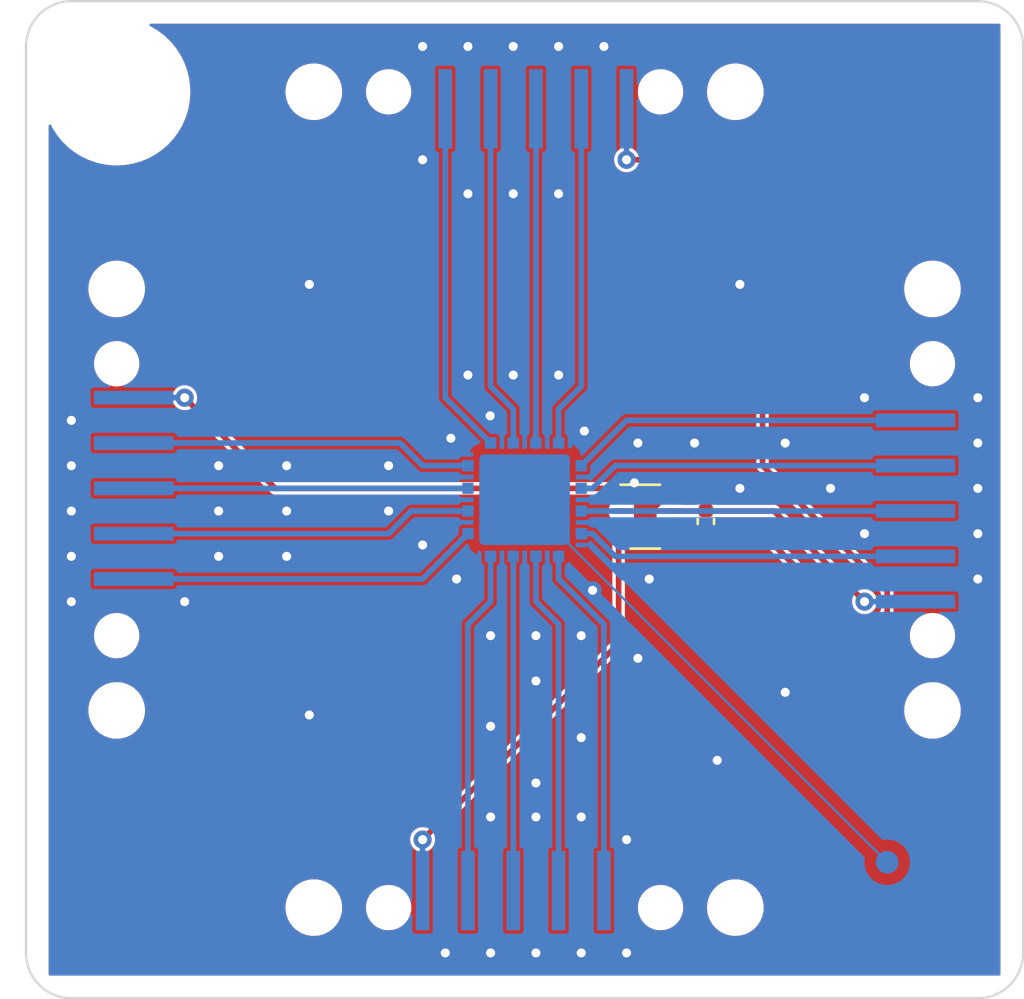
<source format=kicad_pcb>
(kicad_pcb (version 20221018) (generator pcbnew)
  (layers (0 "F.Cu" signal) (31 "B.Cu" signal) (34 "B.Paste" user) (35 "F.Paste" user) (36 "B.SilkS" user "B.Silkscreen") (37 "F.SilkS" user "F.Silkscreen") (38 "B.Mask" user) (39 "F.Mask" user) (44 "Edge.Cuts" user))
  (net 0 "")
  (net 1 "Net-(U1-0,0)")
  (net 2 "Net-(U1-1,0)")
  (net 3 "Net-(U1-2,0)")
  (net 4 "Net-(U1-3,0)")
  (net 5 "Net-(U1-2,1)")
  (net 6 "Net-(U1-3,1)")
  (net 7 "Net-(U1-2,2)")
  (net 8 "Net-(U1-3,2)")
  (net 9 "Net-(U1-3,3)")
  (net 10 "Net-(U1-2,3)")
  (net 11 "Net-(U1-1,3)")
  (net 12 "Net-(U1-0,3)")
  (net 13 "Net-(U1-1,2)")
  (net 14 "Net-(U1-0,2)")
  (net 15 "Net-(U1-0,1)")
  (net 16 "Net-(U1-1,1)")
  (net 17 "GND")
  (net 18 "/SDA")
  (net 19 "/I2C_GND")
  (net 21 "/SCL")
  (net 22 "/I2C_POWER")
  (net 24 "/HV")
  (footprint "chubut:alignment_hole" (layer "F.Cu") (at -18 -18)
    (fp_text reference "H1" hide)
    (fp_text value "MountingHole")
    (pad "" np_thru_hole circle (at 0 0) (size 6 6) (drill 6) (layers "F&B.Cu" "*.Mask"))
  )
  (footprint "chubut:graphics" (layer "F.Cu") (at 0 0)
    (fp_text reference "G***" hide)
    (fp_text value "LOGO" hide)
  )
  (footprint "Sensor_Humidity:Sensirion_DFN-8-1EP_2.5x2.5mm_P0.5mm_EP1.1x1.7mm" (layer "F.Cu") (at 5.325 0.75)
    (fp_text reference "U2" hide)
    (fp_text value "SHT30-DIS")
    (fp_line (start -1.09 -1.41) (end 0.65 -1.41) (stroke (width 0.12)) (layer "F.SilkS"))
    (fp_line (start -0.65 1.41) (end 0.65 1.41) (stroke (width 0.12)) (layer "F.SilkS"))
    (pad "1" smd rect (at -1.175 -0.75) (size 0.55 0.25) (layers "F.Cu" "F.Paste" "F.Mask") (net 18 "/SDA"))
    (pad "2" smd rect (at -1.175 -0.25) (size 0.55 0.25) (layers "F.Cu" "F.Paste" "F.Mask") (net 19 "/I2C_GND"))
    (pad "3" smd rect (at -1.175 0.25) (size 0.55 0.25) (layers "F.Cu" "F.Paste" "F.Mask"))
    (pad "4" smd rect (at -1.175 0.75 180) (size 0.55 0.25) (layers "F.Cu" "F.Paste" "F.Mask") (net 21 "/SCL"))
    (pad "5" smd rect (at 1.175 0.75) (size 0.55 0.25) (layers "F.Cu" "F.Paste" "F.Mask") (net 22 "/I2C_POWER"))
    (pad "6" smd rect (at 1.175 0.25) (size 0.55 0.25) (layers "F.Cu" "F.Paste" "F.Mask"))
    (pad "7" smd rect (at 1.175 -0.25) (size 0.55 0.25) (layers "F.Cu" "F.Paste" "F.Mask") (net 19 "/I2C_GND"))
    (pad "8" smd rect (at 1.175 -0.75) (size 0.55 0.25) (layers "F.Cu" "F.Paste" "F.Mask") (net 19 "/I2C_GND"))
    (pad "9" smd custom (at 0 0) (size 1 1) (layers "F.Cu" "F.Mask") (net 19 "/I2C_GND") (options (clearance outline) (anchor circle)) (primitives (gr_poly (pts (xy 0.5 0.85) (xy -0.5 0.85) (xy -0.5 -0.55) (xy -0.2 -0.85) (xy 0.5 -0.85)) (width 0) (fill yes))))
  )
  (footprint "Capacitor_SMD:C_0402_1005Metric" (layer "F.Cu") (at 8 0.965 90)
    (fp_text reference "C1" hide)
    (fp_text value "100n")
    (fp_line (start -0.107836 -0.36) (end 0.107836 -0.36) (stroke (width 0.12)) (layer "F.SilkS"))
    (fp_line (start -0.107836 0.36) (end 0.107836 0.36) (stroke (width 0.12)) (layer "F.SilkS"))
    (pad "1" smd roundrect (at -0.48 0 90) (size 0.56 0.62) (layers "F.Cu" "F.Paste" "F.Mask") (net 22 "/I2C_POWER"))
    (pad "2" smd roundrect (at 0.48 0 90) (size 0.56 0.62) (layers "F.Cu" "F.Paste" "F.Mask") (net 19 "/I2C_GND"))
  )
  (footprint "chubut:FSI-110-03-G-S-M-AD" (layer "B.Cu") (at 0 -18 180)
    (fp_text reference "X7" hide)
    (fp_text value "~")
    (pad "" np_thru_hole circle (at -9.3 0 180) (size 2 2) (drill 2) (layers "F&B.Cu" "*.Mask"))
    (pad "" np_thru_hole circle (at -6 0 180) (size 1.5 1.5) (drill 1.5) (layers "F&B.Cu" "*.Mask"))
    (pad "" np_thru_hole circle (at 6 0 180) (size 1.5 1.5) (drill 1.5) (layers "F&B.Cu" "*.Mask"))
    (pad "" np_thru_hole circle (at 9.3 0 180) (size 2 2) (drill 2) (layers "F&B.Cu" "*.Mask"))
    (pad "1" smd rect (at 4.5 -0.75 180) (size 0.6 3.5) (layers "B.Cu" "B.Mask") (net 17 "GND"))
    (pad "2" smd rect (at 3.5 -0.75 180) (size 0.6 3.5) (layers "B.Cu" "B.Mask") (net 5 "Net-(U1-2,1)"))
    (pad "3" smd rect (at 2.5 -0.75 180) (size 0.6 3.5) (layers "B.Cu" "B.Mask") (net 17 "GND"))
    (pad "4" smd rect (at 1.5 -0.75 180) (size 0.6 3.5) (layers "B.Cu" "B.Mask") (net 6 "Net-(U1-3,1)"))
    (pad "5" smd rect (at 0.5 -0.75 180) (size 0.6 3.5) (layers "B.Cu" "B.Mask") (net 17 "GND"))
    (pad "6" smd rect (at -0.5 -0.75 180) (size 0.6 3.5) (layers "B.Cu" "B.Mask") (net 7 "Net-(U1-2,2)"))
    (pad "7" smd rect (at -1.5 -0.75 180) (size 0.6 3.5) (layers "B.Cu" "B.Mask") (net 17 "GND"))
    (pad "8" smd rect (at -2.5 -0.75 180) (size 0.6 3.5) (layers "B.Cu" "B.Mask") (net 8 "Net-(U1-3,2)"))
    (pad "9" smd rect (at -3.5 -0.75 180) (size 0.6 3.5) (layers "B.Cu" "B.Mask") (net 17 "GND"))
    (pad "10" smd rect (at -4.5 -0.75 180) (size 0.6 3.5) (layers "B.Cu" "B.Mask") (net 22 "/I2C_POWER"))
  )
  (footprint "chubut:FSI-110-03-G-S-M-AD" (layer "B.Cu") (at 18 0 90)
    (fp_text reference "X6" hide)
    (fp_text value "~")
    (pad "" np_thru_hole circle (at -9.3 0 90) (size 2 2) (drill 2) (layers "F&B.Cu" "*.Mask"))
    (pad "" np_thru_hole circle (at -6 0 90) (size 1.5 1.5) (drill 1.5) (layers "F&B.Cu" "*.Mask"))
    (pad "" np_thru_hole circle (at 6 0 90) (size 1.5 1.5) (drill 1.5) (layers "F&B.Cu" "*.Mask"))
    (pad "" np_thru_hole circle (at 9.3 0 90) (size 2 2) (drill 2) (layers "F&B.Cu" "*.Mask"))
    (pad "1" smd rect (at 4.5 -0.75 90) (size 0.6 3.5) (layers "B.Cu" "B.Mask") (net 17 "GND"))
    (pad "2" smd rect (at 3.5 -0.75 90) (size 0.6 3.5) (layers "B.Cu" "B.Mask") (net 9 "Net-(U1-3,3)"))
    (pad "3" smd rect (at 2.5 -0.75 90) (size 0.6 3.5) (layers "B.Cu" "B.Mask") (net 17 "GND"))
    (pad "4" smd rect (at 1.5 -0.75 90) (size 0.6 3.5) (layers "B.Cu" "B.Mask") (net 10 "Net-(U1-2,3)"))
    (pad "5" smd rect (at 0.5 -0.75 90) (size 0.6 3.5) (layers "B.Cu" "B.Mask") (net 17 "GND"))
    (pad "6" smd rect (at -0.5 -0.75 90) (size 0.6 3.5) (layers "B.Cu" "B.Mask") (net 11 "Net-(U1-1,3)"))
    (pad "7" smd rect (at -1.5 -0.75 90) (size 0.6 3.5) (layers "B.Cu" "B.Mask") (net 17 "GND"))
    (pad "8" smd rect (at -2.5 -0.75 90) (size 0.6 3.5) (layers "B.Cu" "B.Mask") (net 12 "Net-(U1-0,3)"))
    (pad "9" smd rect (at -3.5 -0.75 90) (size 0.6 3.5) (layers "B.Cu" "B.Mask") (net 17 "GND"))
    (pad "10" smd rect (at -4.5 -0.75 90) (size 0.6 3.5) (layers "B.Cu" "B.Mask") (net 19 "/I2C_GND"))
  )
  (footprint "chubut:graphics_bottom" (layer "B.Cu") (at 0 1.5 180)
    (fp_text reference "G***" hide)
    (fp_text value "LOGO" hide)
  )
  (footprint "chubut:FSI-110-03-G-S-M-AD" (layer "B.Cu") (at 0 18)
    (fp_text reference "X5" hide)
    (fp_text value "~")
    (pad "" np_thru_hole circle (at -9.3 0) (size 2 2) (drill 2) (layers "F&B.Cu" "*.Mask"))
    (pad "" np_thru_hole circle (at -6 0) (size 1.5 1.5) (drill 1.5) (layers "F&B.Cu" "*.Mask"))
    (pad "" np_thru_hole circle (at 6 0) (size 1.5 1.5) (drill 1.5) (layers "F&B.Cu" "*.Mask"))
    (pad "" np_thru_hole circle (at 9.3 0) (size 2 2) (drill 2) (layers "F&B.Cu" "*.Mask"))
    (pad "1" smd rect (at 4.5 -0.75) (size 0.6 3.5) (layers "B.Cu" "B.Mask") (net 17 "GND"))
    (pad "2" smd rect (at 3.5 -0.75) (size 0.6 3.5) (layers "B.Cu" "B.Mask") (net 13 "Net-(U1-1,2)"))
    (pad "3" smd rect (at 2.5 -0.75) (size 0.6 3.5) (layers "B.Cu" "B.Mask") (net 17 "GND"))
    (pad "4" smd rect (at 1.5 -0.75) (size 0.6 3.5) (layers "B.Cu" "B.Mask") (net 14 "Net-(U1-0,2)"))
    (pad "5" smd rect (at 0.5 -0.75) (size 0.6 3.5) (layers "B.Cu" "B.Mask") (net 17 "GND"))
    (pad "6" smd rect (at -0.5 -0.75) (size 0.6 3.5) (layers "B.Cu" "B.Mask") (net 15 "Net-(U1-0,1)"))
    (pad "7" smd rect (at -1.5 -0.75) (size 0.6 3.5) (layers "B.Cu" "B.Mask") (net 17 "GND"))
    (pad "8" smd rect (at -2.5 -0.75) (size 0.6 3.5) (layers "B.Cu" "B.Mask") (net 16 "Net-(U1-1,1)"))
    (pad "9" smd rect (at -3.5 -0.75) (size 0.6 3.5) (layers "B.Cu" "B.Mask") (net 17 "GND"))
    (pad "10" smd rect (at -4.5 -0.75) (size 0.6 3.5) (layers "B.Cu" "B.Mask") (net 21 "/SCL"))
  )
  (footprint "chubut:pogo_pin_mating_pad" (layer "B.Cu") (at 16 16 180)
    (fp_text reference "J5" hide)
    (fp_text value "HV")
    (pad "1" smd circle (at 0 0 180) (size 1 1) (layers "B.Cu" "B.Mask") (net 24 "/HV"))
  )
  (footprint "chubut:FSI-110-03-G-S-M-AD" (layer "B.Cu") (at -18 0 -90)
    (fp_text reference "X4" hide)
    (fp_text value "~")
    (pad "" np_thru_hole circle (at -9.3 0 270) (size 2 2) (drill 2) (layers "F&B.Cu" "*.Mask"))
    (pad "" np_thru_hole circle (at -6 0 270) (size 1.5 1.5) (drill 1.5) (layers "F&B.Cu" "*.Mask"))
    (pad "" np_thru_hole circle (at 6 0 270) (size 1.5 1.5) (drill 1.5) (layers "F&B.Cu" "*.Mask"))
    (pad "" np_thru_hole circle (at 9.3 0 270) (size 2 2) (drill 2) (layers "F&B.Cu" "*.Mask"))
    (pad "1" smd rect (at 4.5 -0.75 270) (size 0.6 3.5) (layers "B.Cu" "B.Mask") (net 17 "GND"))
    (pad "2" smd rect (at 3.5 -0.75 270) (size 0.6 3.5) (layers "B.Cu" "B.Mask") (net 1 "Net-(U1-0,0)"))
    (pad "3" smd rect (at 2.5 -0.75 270) (size 0.6 3.5) (layers "B.Cu" "B.Mask") (net 17 "GND"))
    (pad "4" smd rect (at 1.5 -0.75 270) (size 0.6 3.5) (layers "B.Cu" "B.Mask") (net 2 "Net-(U1-1,0)"))
    (pad "5" smd rect (at 0.5 -0.75 270) (size 0.6 3.5) (layers "B.Cu" "B.Mask") (net 17 "GND"))
    (pad "6" smd rect (at -0.5 -0.75 270) (size 0.6 3.5) (layers "B.Cu" "B.Mask") (net 3 "Net-(U1-2,0)"))
    (pad "7" smd rect (at -1.5 -0.75 270) (size 0.6 3.5) (layers "B.Cu" "B.Mask") (net 17 "GND"))
    (pad "8" smd rect (at -2.5 -0.75 270) (size 0.6 3.5) (layers "B.Cu" "B.Mask") (net 4 "Net-(U1-3,0)"))
    (pad "9" smd rect (at -3.5 -0.75 270) (size 0.6 3.5) (layers "B.Cu" "B.Mask") (net 17 "GND"))
    (pad "10" smd rect (at -4.5 -0.75 270) (size 0.6 3.5) (layers "B.Cu" "B.Mask") (net 18 "/SDA"))
  )
  (footprint "chubut:4x4_DUT_1" (layer "B.Cu") (at 0 0)
    (fp_text reference "U1" hide)
    (fp_text value "~")
    (pad "1" smd roundrect (at -2.5 1.5) (size 0.5 0.5) (layers "B.Cu" "B.Mask") (roundrect_rratio 0.05) (net 1 "Net-(U1-0,0)"))
    (pad "2" smd roundrect (at -2.5 0.5) (size 0.5 0.5) (layers "B.Cu" "B.Mask") (roundrect_rratio 0.05) (net 2 "Net-(U1-1,0)"))
    (pad "3" smd roundrect (at -2.5 -0.5) (size 0.5 0.5) (layers "B.Cu" "B.Mask") (roundrect_rratio 0.05) (net 3 "Net-(U1-2,0)"))
    (pad "4" smd roundrect (at -2.5 -1.5) (size 0.5 0.5) (layers "B.Cu" "B.Mask") (roundrect_rratio 0.05) (net 4 "Net-(U1-3,0)"))
    (pad "5" smd roundrect (at -1.5 -2.5) (size 0.5 0.5) (layers "B.Cu" "B.Mask") (roundrect_rratio 0.05) (net 5 "Net-(U1-2,1)"))
    (pad "6" smd roundrect (at -0.5 -2.5) (size 0.5 0.5) (layers "B.Cu" "B.Mask") (roundrect_rratio 0.05) (net 6 "Net-(U1-3,1)"))
    (pad "7" smd roundrect (at 0.5 -2.5) (size 0.5 0.5) (layers "B.Cu" "B.Mask") (roundrect_rratio 0.05) (net 7 "Net-(U1-2,2)"))
    (pad "8" smd roundrect (at 1.5 -2.5) (size 0.5 0.5) (layers "B.Cu" "B.Mask") (roundrect_rratio 0.05) (net 8 "Net-(U1-3,2)"))
    (pad "9" smd roundrect (at 2.5 -1.5) (size 0.5 0.5) (layers "B.Cu" "B.Mask") (roundrect_rratio 0.05) (net 9 "Net-(U1-3,3)"))
    (pad "10" smd roundrect (at 2.5 -0.5) (size 0.5 0.5) (layers "B.Cu" "B.Mask") (roundrect_rratio 0.05) (net 10 "Net-(U1-2,3)"))
    (pad "11" smd roundrect (at 2.5 0.5) (size 0.5 0.5) (layers "B.Cu" "B.Mask") (roundrect_rratio 0.05) (net 11 "Net-(U1-1,3)"))
    (pad "12" smd roundrect (at 2.5 1.5) (size 0.5 0.5) (layers "B.Cu" "B.Mask") (roundrect_rratio 0.05) (net 12 "Net-(U1-0,3)"))
    (pad "13" smd roundrect (at 1.5 2.5) (size 0.5 0.5) (layers "B.Cu" "B.Mask") (roundrect_rratio 0.05) (net 13 "Net-(U1-1,2)"))
    (pad "14" smd roundrect (at 0.5 2.5) (size 0.5 0.5) (layers "B.Cu" "B.Mask") (roundrect_rratio 0.05) (net 14 "Net-(U1-0,2)"))
    (pad "15" smd roundrect (at -0.5 2.5) (size 0.5 0.5) (layers "B.Cu" "B.Mask") (roundrect_rratio 0.05) (net 15 "Net-(U1-0,1)"))
    (pad "16" smd roundrect (at -1.5 2.5) (size 0.5 0.5) (layers "B.Cu" "B.Mask") (roundrect_rratio 0.05) (net 16 "Net-(U1-1,1)"))
    (pad "17" smd roundrect (at 0 0) (size 4 4) (layers "B.Cu" "B.Mask") (roundrect_rratio 0.05) (net 24 "/HV"))
    (pad "18" smd roundrect (at -2.5 -2 180) (size 0.5 0.2) (layers "B.Cu" "B.Mask") (roundrect_rratio 0.5) (net 17 "GND"))
    (pad "18" smd roundrect (at -2.5 -1) (size 0.5 0.2) (layers "B.Cu" "B.Mask") (roundrect_rratio 0.05) (net 17 "GND"))
    (pad "18" smd roundrect (at -2.5 0) (size 0.5 0.2) (layers "B.Cu" "B.Mask") (roundrect_rratio 0.05) (net 17 "GND"))
    (pad "18" smd roundrect (at -2.5 1) (size 0.5 0.2) (layers "B.Cu" "B.Mask") (roundrect_rratio 0.05) (net 17 "GND"))
    (pad "18" smd roundrect (at -2 2.5 270) (size 0.5 0.2) (layers "B.Cu" "B.Mask") (roundrect_rratio 0.5) (net 17 "GND"))
    (pad "18" smd roundrect (at -1 -2.5 270) (size 0.5 0.2) (layers "B.Cu" "B.Mask") (roundrect_rratio 0.05) (net 17 "GND"))
    (pad "18" smd roundrect (at -1 2.5 270) (size 0.5 0.2) (layers "B.Cu" "B.Mask") (roundrect_rratio 0.05) (net 17 "GND"))
    (pad "18" smd roundrect (at 0 -2.5 270) (size 0.5 0.2) (layers "B.Cu" "B.Mask") (roundrect_rratio 0.05) (net 17 "GND"))
    (pad "18" smd roundrect (at 0 2.5 270) (size 0.5 0.2) (layers "B.Cu" "B.Mask") (roundrect_rratio 0.05) (net 17 "GND"))
    (pad "18" smd roundrect (at 1 -2.5 270) (size 0.5 0.2) (layers "B.Cu" "B.Mask") (roundrect_rratio 0.05) (net 17 "GND"))
    (pad "18" smd roundrect (at 1 2.5 270) (size 0.5 0.2) (layers "B.Cu" "B.Mask") (roundrect_rratio 0.05) (net 17 "GND"))
    (pad "18" smd roundrect (at 2 -2.5 270) (size 0.5 0.2) (layers "B.Cu" "B.Mask") (roundrect_rratio 0.5) (net 17 "GND"))
    (pad "18" smd roundrect (at 2.5 -1) (size 0.5 0.2) (layers "B.Cu" "B.Mask") (roundrect_rratio 0.05) (net 17 "GND"))
    (pad "18" smd roundrect (at 2.5 0) (size 0.5 0.2) (layers "B.Cu" "B.Mask") (roundrect_rratio 0.05) (net 17 "GND"))
    (pad "18" smd roundrect (at 2.5 1) (size 0.5 0.2) (layers "B.Cu" "B.Mask") (roundrect_rratio 0.05) (net 17 "GND"))
    (pad "18" smd roundrect (at 2.5 2 180) (size 0.5 0.2) (layers "B.Cu" "B.Mask") (roundrect_rratio 0.5) (net 17 "GND"))
  )
  (gr_arc (start -22 -20) (mid -21.414214 -21.414214) (end -20 -22) (stroke (width 0.1)) (layer "Edge.Cuts"))
  (gr_arc (start 22 20) (mid 21.414214 21.414214) (end 20 22) (stroke (width 0.1)) (layer "Edge.Cuts"))
  (gr_arc (start 20 -22) (mid 21.414214 -21.414214) (end 22 -20) (stroke (width 0.1)) (layer "Edge.Cuts"))
  (gr_line (start 22 -20) (end 22 20) (stroke (width 0.1)) (layer "Edge.Cuts"))
  (gr_line (start -20 -22) (end 20 -22) (stroke (width 0.1)) (layer "Edge.Cuts"))
  (gr_arc (start -20 22) (mid -21.414214 21.414214) (end -22 20) (stroke (width 0.1)) (layer "Edge.Cuts"))
  (gr_line (start 20 22) (end -20 22) (stroke (width 0.1)) (layer "Edge.Cuts"))
  (gr_line (start -22 20) (end -22 -20) (stroke (width 0.1)) (layer "Edge.Cuts"))
  (segment (start -4.5 3.5) (end -17.25 3.5) (width 0.25) (layer "B.Cu") (net 1))
  (segment (start -2.5 1.5) (end -4.5 3.5) (width 0.25) (layer "B.Cu") (net 1))
  (segment (start -5 0.5) (end -6 1.5) (width 0.25) (layer "B.Cu") (net 2))
  (segment (start -6 1.5) (end -17.25 1.5) (width 0.25) (layer "B.Cu") (net 2))
  (segment (start -2.5 0.5) (end -5 0.5) (width 0.25) (layer "B.Cu") (net 2))
  (segment (start -2.5 -0.5) (end -17.25 -0.5) (width 0.25) (layer "B.Cu") (net 3))
  (segment (start -4.5 -1.5) (end -5.5 -2.5) (width 0.25) (layer "B.Cu") (net 4))
  (segment (start -2.5 -1.5) (end -4.5 -1.5) (width 0.25) (layer "B.Cu") (net 4))
  (segment (start -5.5 -2.5) (end -17.25 -2.5) (width 0.25) (layer "B.Cu") (net 4))
  (segment (start -3.5 -4.5) (end -3.5 -17.25) (width 0.25) (layer "B.Cu") (net 5))
  (segment (start -1.5 -2.5) (end -3.5 -4.5) (width 0.25) (layer "B.Cu") (net 5))
  (segment (start -1.5 -5) (end -1.5 -17.25) (width 0.25) (layer "B.Cu") (net 6))
  (segment (start -0.5 -4) (end -1.5 -5) (width 0.25) (layer "B.Cu") (net 6))
  (segment (start -0.5 -2.5) (end -0.5 -4) (width 0.25) (layer "B.Cu") (net 6))
  (segment (start 0.5 -2.5) (end 0.5 -17.25) (width 0.25) (layer "B.Cu") (net 7))
  (segment (start 1.5 -4) (end 2.5 -5) (width 0.25) (layer "B.Cu") (net 8))
  (segment (start 1.5 -2.5) (end 1.5 -4) (width 0.25) (layer "B.Cu") (net 8))
  (segment (start 2.5 -5) (end 2.5 -17.25) (width 0.25) (layer "B.Cu") (net 8))
  (segment (start 4.5 -3.5) (end 17.25 -3.5) (width 0.25) (layer "B.Cu") (net 9))
  (segment (start 2.5 -1.5) (end 4.5 -3.5) (width 0.25) (layer "B.Cu") (net 9))
  (segment (start 2.5 -0.5) (end 3 -0.5) (width 0.25) (layer "B.Cu") (net 10))
  (segment (start 4 -1.5) (end 17.25 -1.5) (width 0.25) (layer "B.Cu") (net 10))
  (segment (start 3 -0.5) (end 4 -1.5) (width 0.25) (layer "B.Cu") (net 10))
  (segment (start 2.5 0.5) (end 17.25 0.5) (width 0.25) (layer "B.Cu") (net 11))
  (segment (start 4 2.5) (end 17.25 2.5) (width 0.25) (layer "B.Cu") (net 12))
  (segment (start 3 1.5) (end 4 2.5) (width 0.25) (layer "B.Cu") (net 12))
  (segment (start 2.5 1.5) (end 3 1.5) (width 0.25) (layer "B.Cu") (net 12))
  (segment (start 1.5 3.5) (end 3.5 5.5) (width 0.25) (layer "B.Cu") (net 13))
  (segment (start 1.5 2.5) (end 1.5 3.5) (width 0.25) (layer "B.Cu") (net 13))
  (segment (start 3.5 5.5) (end 3.5 17.25) (width 0.25) (layer "B.Cu") (net 13))
  (segment (start 1.5 5.5) (end 1.5 17.25) (width 0.25) (layer "B.Cu") (net 14))
  (segment (start 0.5 4.5) (end 1.5 5.5) (width 0.25) (layer "B.Cu") (net 14))
  (segment (start 0.5 2.5) (end 0.5 4.5) (width 0.25) (layer "B.Cu") (net 14))
  (segment (start -0.5 2.5) (end -0.5 17.25) (width 0.25) (layer "B.Cu") (net 15))
  (segment (start -2.5 5.5) (end -1.5 4.5) (width 0.25) (layer "B.Cu") (net 16))
  (segment (start -2.5 17.25) (end -2.5 5.5) (width 0.25) (layer "B.Cu") (net 16))
  (segment (start -1.5 4.5) (end -1.5 2.5) (width 0.25) (layer "B.Cu") (net 16))
  (via (at -20 4.5) (size 0.8) (drill 0.4) (layers "F.Cu" "B.Cu") (net 17))
  (via (at 0.5 20) (size 0.8) (drill 0.4) (layers "F.Cu" "B.Cu") (net 17))
  (via (at -2.5 -20) (size 0.8) (drill 0.4) (layers "F.Cu" "B.Cu") (net 17))
  (via (at -2.5 -5.5) (size 0.8) (drill 0.4) (layers "F.Cu" "B.Cu") (net 17))
  (via (at -10.5 -1.5) (size 0.8) (drill 0.4) (layers "F.Cu" "B.Cu") (net 17))
  (via (at 9.5 -9.5) (size 0.8) (drill 0.4) (layers "F.Cu" "B.Cu") (net 17))
  (via (at 4.844462 -0.743301) (size 0.8) (drill 0.4) (layers "F.Cu" "B.Cu") (net 17))
  (via (at -9.5 -9.5) (size 0.8) (drill 0.4) (layers "F.Cu" "B.Cu") (net 17))
  (via (at -0.5 -13.5) (size 0.8) (drill 0.4) (layers "F.Cu" "B.Cu") (net 17))
  (via (at -20 -3.5) (size 0.8) (drill 0.4) (layers "F.Cu" "B.Cu") (net 17))
  (via (at -15 4.5) (size 0.8) (drill 0.4) (layers "F.Cu" "B.Cu") (net 17))
  (via (at -0.5 -5.5) (size 0.8) (drill 0.4) (layers "F.Cu" "B.Cu") (net 17))
  (via (at -9.5 9.5) (size 0.8) (drill 0.4) (layers "F.Cu" "B.Cu") (net 17))
  (via (at -3.5 20) (size 0.8) (drill 0.4) (layers "F.Cu" "B.Cu") (net 17))
  (via (at 20 1.5) (size 0.8) (drill 0.4) (layers "F.Cu" "B.Cu") (net 17))
  (via (at 0.5 12.5) (size 0.8) (drill 0.4) (layers "F.Cu" "B.Cu") (net 17))
  (via (at 11.5 -2.5) (size 0.8) (drill 0.4) (layers "F.Cu" "B.Cu") (net 17))
  (via (at 2.5 14) (size 0.8) (drill 0.4) (layers "F.Cu" "B.Cu") (net 17))
  (via (at 7.5 -2.5) (size 0.8) (drill 0.4) (layers "F.Cu" "B.Cu") (net 17))
  (via (at -6 -1.5) (size 0.8) (drill 0.4) (layers "F.Cu" "B.Cu") (net 17))
  (via (at -4.5 -20) (size 0.8) (drill 0.4) (layers "F.Cu" "B.Cu") (net 17))
  (via (at 4.5 15) (size 0.8) (drill 0.4) (layers "F.Cu" "B.Cu") (net 17))
  (via (at -1.5 6) (size 0.8) (drill 0.4) (layers "F.Cu" "B.Cu") (net 17))
  (via (at 2.5 20) (size 0.8) (drill 0.4) (layers "F.Cu" "B.Cu") (net 17))
  (via (at -13.5 2.5) (size 0.8) (drill 0.4) (layers "F.Cu" "B.Cu") (net 17))
  (via (at 2.5 10.5) (size 0.8) (drill 0.4) (layers "F.Cu" "B.Cu") (net 17))
  (via (at 20 -2.5) (size 0.8) (drill 0.4) (layers "F.Cu" "B.Cu") (net 17))
  (via (at 2.636568 -3.027931) (size 0.8) (drill 0.4) (layers "F.Cu" "B.Cu") (net 17))
  (via (at -20 2.5) (size 0.8) (drill 0.4) (layers "F.Cu" "B.Cu") (net 17))
  (via (at 5 7) (size 0.8) (drill 0.4) (layers "F.Cu" "B.Cu") (net 17))
  (via (at 5.5 3.5) (size 0.8) (drill 0.4) (layers "F.Cu" "B.Cu") (net 17))
  (via (at 3 4) (size 0.8) (drill 0.4) (layers "F.Cu" "B.Cu") (net 17))
  (via (at 1.5 -20) (size 0.8) (drill 0.4) (layers "F.Cu" "B.Cu") (net 17))
  (via (at 0.5 14) (size 0.8) (drill 0.4) (layers "F.Cu" "B.Cu") (net 17))
  (via (at 3.5 -20) (size 0.8) (drill 0.4) (layers "F.Cu" "B.Cu") (net 17))
  (via (at 8.5 11.5) (size 0.8) (drill 0.4) (layers "F.Cu" "B.Cu") (net 17))
  (via (at -10.5 0.5) (size 0.8) (drill 0.4) (layers "F.Cu" "B.Cu") (net 17))
  (via (at -0.5 -20) (size 0.8) (drill 0.4) (layers "F.Cu" "B.Cu") (net 17))
  (via (at 13.5 -0.5) (size 0.8) (drill 0.4) (layers "F.Cu" "B.Cu") (net 17))
  (via (at -6 0.5) (size 0.8) (drill 0.4) (layers "F.Cu" "B.Cu") (net 17))
  (via (at 4.5 20) (size 0.8) (drill 0.4) (layers "F.Cu" "B.Cu") (net 17))
  (via (at -4.5 2) (size 0.8) (drill 0.4) (layers "F.Cu" "B.Cu") (net 17))
  (via (at 5 -2.5) (size 0.8) (drill 0.4) (layers "F.Cu" "B.Cu") (net 17))
  (via (at -3.253827 -2.71194) (size 0.8) (drill 0.4) (layers "F.Cu" "B.Cu") (net 17))
  (via (at 2.5 6) (size 0.8) (drill 0.4) (layers "F.Cu" "B.Cu") (net 17))
  (via (at -1.5 10) (size 0.8) (drill 0.4) (layers "F.Cu" "B.Cu") (net 17))
  (via (at 9.5 -0.5) (size 0.8) (drill 0.4) (layers "F.Cu" "B.Cu") (net 17))
  (via (at 0.5 6) (size 0.8) (drill 0.4) (layers "F.Cu" "B.Cu") (net 17))
  (via (at 20 -0.5) (size 0.8) (drill 0.4) (layers "F.Cu" "B.Cu") (net 17))
  (via (at -4.5 -15) (size 0.8) (drill 0.4) (layers "F.Cu" "B.Cu") (net 17))
  (via (at -2.5 -13.5) (size 0.8) (drill 0.4) (layers "F.Cu" "B.Cu") (net 17))
  (via (at -3 3.5) (size 0.8) (drill 0.4) (layers "F.Cu" "B.Cu") (net 17))
  (via (at 20 -4.5) (size 0.8) (drill 0.4) (layers "F.Cu" "B.Cu") (net 17))
  (via (at 15 -4.5) (size 0.8) (drill 0.4) (layers "F.Cu" "B.Cu") (net 17))
  (via (at -1.5 20) (size 0.8) (drill 0.4) (layers "F.Cu" "B.Cu") (net 17))
  (via (at 0.5 8) (size 0.8) (drill 0.4) (layers "F.Cu" "B.Cu") (net 17))
  (via (at 1.5 -5.5) (size 0.8) (drill 0.4) (layers "F.Cu" "B.Cu") (net 17))
  (via (at 15 1.5) (size 0.8) (drill 0.4) (layers "F.Cu" "B.Cu") (net 17))
  (via (at -10.5 2.5) (size 0.8) (drill 0.4) (layers "F.Cu" "B.Cu") (net 17))
  (via (at -1.5 14) (size 0.8) (drill 0.4) (layers "F.Cu" "B.Cu") (net 17))
  (via (at 20 3.5) (size 0.8) (drill 0.4) (layers "F.Cu" "B.Cu") (net 17))
  (via (at -20 -1.5) (size 0.8) (drill 0.4) (layers "F.Cu" "B.Cu") (net 17))
  (via (at -13.5 -1.5) (size 0.8) (drill 0.4) (layers "F.Cu" "B.Cu") (net 17))
  (via (at -1.519928 -3.700424) (size 0.8) (drill 0.4) (layers "F.Cu" "B.Cu") (net 17))
  (via (at -20 0.5) (size 0.8) (drill 0.4) (layers "F.Cu" "B.Cu") (net 17))
  (via (at 11.5 8.5) (size 0.8) (drill 0.4) (layers "F.Cu" "B.Cu") (net 17))
  (via (at -13.5 0.5) (size 0.8) (drill 0.4) (layers "F.Cu" "B.Cu") (net 17))
  (via (at 1.5 -13.5) (size 0.8) (drill 0.4) (layers "F.Cu" "B.Cu") (net 17))
  (segment (start 2.77259 2) (end 4.27259 3.5) (width 0.1) (layer "B.Cu") (net 17))
  (segment (start 2.5 2) (end 2.77259 2) (width 0.1) (layer "B.Cu") (net 17))
  (segment (start 4.27259 3.5) (end 5.5 3.5) (width 0.1) (layer "B.Cu") (net 17))
  (segment (start -15 -4.5) (end -11 -0.5) (width 0.25) (layer "F.Cu") (net 18))
  (segment (start -11 -0.5) (end 3.65 -0.5) (width 0.25) (layer "F.Cu") (net 18))
  (segment (start 3.65 -0.5) (end 4.15 0) (width 0.25) (layer "F.Cu") (net 18))
  (via (at -15 -4.5) (size 0.8) (drill 0.4) (layers "F.Cu" "B.Cu") (net 18))
  (segment (start -17.25 -4.5) (end -15 -4.5) (width 0.25) (layer "B.Cu") (net 18))
  (segment (start 6.5 0.5) (end 11 0.5) (width 0.25) (layer "F.Cu") (net 19))
  (segment (start 6.075 0) (end 5.325 0.75) (width 0.25) (layer "F.Cu") (net 19))
  (segment (start 6.5 0) (end 6.075 0) (width 0.25) (layer "F.Cu") (net 19))
  (segment (start 5.575 0.5) (end 6.5 0.5) (width 0.25) (layer "F.Cu") (net 19))
  (segment (start 5.325 0.75) (end 5.575 0.5) (width 0.25) (layer "F.Cu") (net 19))
  (segment (start 5.075 0.5) (end 5.325 0.75) (width 0.25) (layer "F.Cu") (net 19))
  (segment (start 11 0.5) (end 15 4.5) (width 0.25) (layer "F.Cu") (net 19))
  (segment (start 4.15 0.5) (end 5.075 0.5) (width 0.25) (layer "F.Cu") (net 19))
  (via (at 15 4.5) (size 0.8) (drill 0.4) (layers "F.Cu" "B.Cu") (net 19))
  (segment (start 15 4.5) (end 17.25 4.5) (width 0.25) (layer "B.Cu") (net 19))
  (segment (start -4.5 15) (end 4.15 6.35) (width 0.25) (layer "F.Cu") (net 21))
  (segment (start 4.15 6.35) (end 4.15 1.5) (width 0.25) (layer "F.Cu") (net 21))
  (via (at -4.5 15) (size 0.8) (drill 0.4) (layers "F.Cu" "B.Cu") (net 21))
  (segment (start -4.5 17.25) (end -4.5 15) (width 0.25) (layer "B.Cu") (net 21))
  (segment (start 16 4) (end 16 5) (width 0.25) (layer "F.Cu") (net 22))
  (segment (start 15.5 5.5) (end 14.5 5.5) (width 0.25) (layer "F.Cu") (net 22))
  (segment (start 10.5 -11) (end 10.5 -1.5) (width 0.25) (layer "F.Cu") (net 22))
  (segment (start 6.5 -15) (end 10.5 -11) (width 0.25) (layer "F.Cu") (net 22))
  (segment (start 14.5 5.5) (end 10.5 1.5) (width 0.25) (layer "F.Cu") (net 22))
  (segment (start 4.5 -15) (end 6.5 -15) (width 0.25) (layer "F.Cu") (net 22))
  (segment (start 10.5 1.5) (end 6.5 1.5) (width 0.25) (layer "F.Cu") (net 22))
  (segment (start 10.5 -1.5) (end 16 4) (width 0.25) (layer "F.Cu") (net 22))
  (segment (start 16 5) (end 15.5 5.5) (width 0.25) (layer "F.Cu") (net 22))
  (via (at 4.5 -15) (size 0.8) (drill 0.4) (layers "F.Cu" "B.Cu") (net 22))
  (segment (start 4.5 -17.25) (end 4.5 -15) (width 0.25) (layer "B.Cu") (net 22))
  (segment (start 16 16) (end 0 0) (width 0.1) (layer "B.Cu") (net 24))
  (zone (net 17) (net_name "GND") (layers "F&B.Cu") (connect_pads yes (clearance 0.11)) (min_thickness 0.11) (fill yes (thermal_gap 0.5) (thermal_bridge_width 0.5))
    (polygon (pts (xy 21 21) (xy -21 21) (xy -21 -21) (xy 21 -21)))
  )
)
</source>
